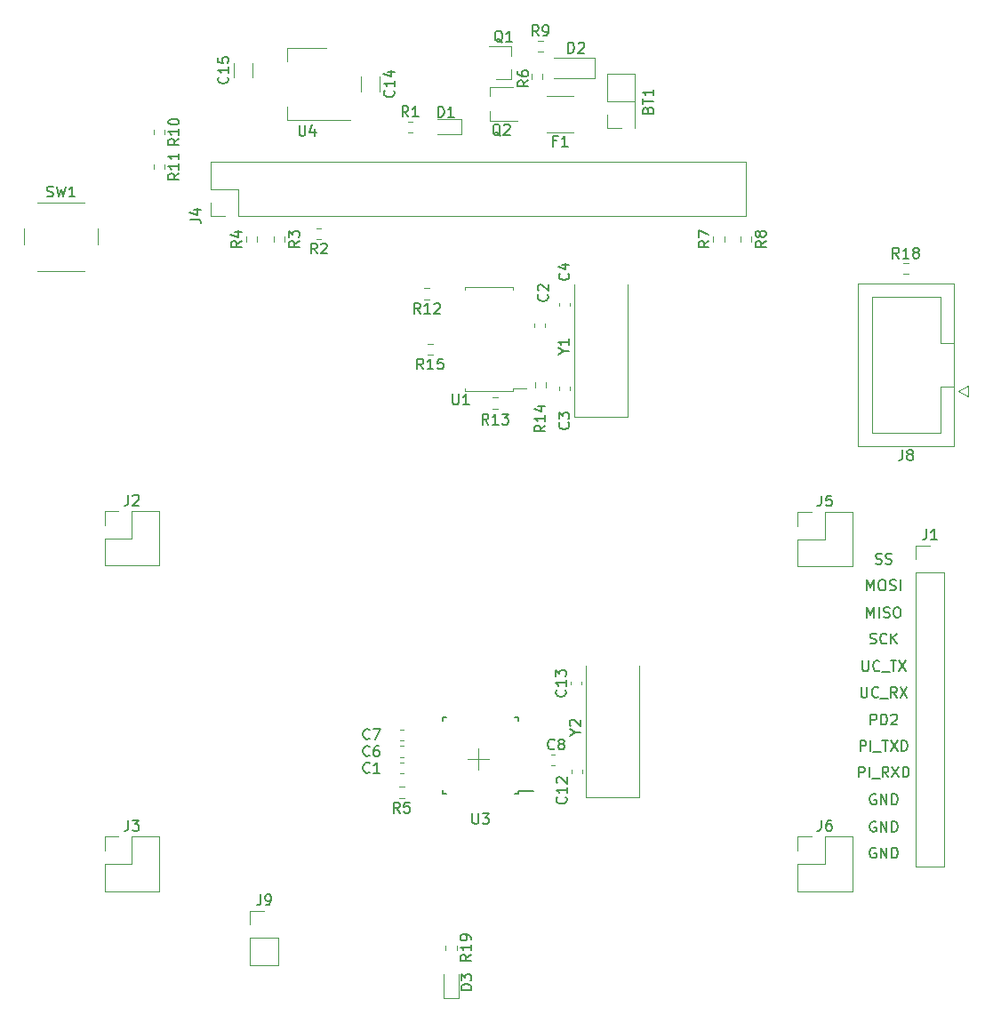
<source format=gto>
%TF.GenerationSoftware,KiCad,Pcbnew,5.1.10*%
%TF.CreationDate,2021-11-15T18:14:58+01:00*%
%TF.ProjectId,main_pcb,6d61696e-5f70-4636-922e-6b696361645f,rev?*%
%TF.SameCoordinates,PX8f0d180PY5f5e100*%
%TF.FileFunction,Legend,Top*%
%TF.FilePolarity,Positive*%
%FSLAX46Y46*%
G04 Gerber Fmt 4.6, Leading zero omitted, Abs format (unit mm)*
G04 Created by KiCad (PCBNEW 5.1.10) date 2021-11-15 18:14:58*
%MOMM*%
%LPD*%
G01*
G04 APERTURE LIST*
%ADD10C,0.150000*%
%ADD11C,0.120000*%
G04 APERTURE END LIST*
D10*
X37838095Y-31500000D02*
X37742857Y-31452380D01*
X37600000Y-31452380D01*
X37457142Y-31500000D01*
X37361904Y-31595238D01*
X37314285Y-31690476D01*
X37266666Y-31880952D01*
X37266666Y-32023809D01*
X37314285Y-32214285D01*
X37361904Y-32309523D01*
X37457142Y-32404761D01*
X37600000Y-32452380D01*
X37695238Y-32452380D01*
X37838095Y-32404761D01*
X37885714Y-32357142D01*
X37885714Y-32023809D01*
X37695238Y-32023809D01*
X38314285Y-32452380D02*
X38314285Y-31452380D01*
X38885714Y-32452380D01*
X38885714Y-31452380D01*
X39361904Y-32452380D02*
X39361904Y-31452380D01*
X39600000Y-31452380D01*
X39742857Y-31500000D01*
X39838095Y-31595238D01*
X39885714Y-31690476D01*
X39933333Y-31880952D01*
X39933333Y-32023809D01*
X39885714Y-32214285D01*
X39838095Y-32309523D01*
X39742857Y-32404761D01*
X39600000Y-32452380D01*
X39361904Y-32452380D01*
X37838095Y-29000000D02*
X37742857Y-28952380D01*
X37600000Y-28952380D01*
X37457142Y-29000000D01*
X37361904Y-29095238D01*
X37314285Y-29190476D01*
X37266666Y-29380952D01*
X37266666Y-29523809D01*
X37314285Y-29714285D01*
X37361904Y-29809523D01*
X37457142Y-29904761D01*
X37600000Y-29952380D01*
X37695238Y-29952380D01*
X37838095Y-29904761D01*
X37885714Y-29857142D01*
X37885714Y-29523809D01*
X37695238Y-29523809D01*
X38314285Y-29952380D02*
X38314285Y-28952380D01*
X38885714Y-29952380D01*
X38885714Y-28952380D01*
X39361904Y-29952380D02*
X39361904Y-28952380D01*
X39600000Y-28952380D01*
X39742857Y-29000000D01*
X39838095Y-29095238D01*
X39885714Y-29190476D01*
X39933333Y-29380952D01*
X39933333Y-29523809D01*
X39885714Y-29714285D01*
X39838095Y-29809523D01*
X39742857Y-29904761D01*
X39600000Y-29952380D01*
X39361904Y-29952380D01*
X37838095Y-26400000D02*
X37742857Y-26352380D01*
X37600000Y-26352380D01*
X37457142Y-26400000D01*
X37361904Y-26495238D01*
X37314285Y-26590476D01*
X37266666Y-26780952D01*
X37266666Y-26923809D01*
X37314285Y-27114285D01*
X37361904Y-27209523D01*
X37457142Y-27304761D01*
X37600000Y-27352380D01*
X37695238Y-27352380D01*
X37838095Y-27304761D01*
X37885714Y-27257142D01*
X37885714Y-26923809D01*
X37695238Y-26923809D01*
X38314285Y-27352380D02*
X38314285Y-26352380D01*
X38885714Y-27352380D01*
X38885714Y-26352380D01*
X39361904Y-27352380D02*
X39361904Y-26352380D01*
X39600000Y-26352380D01*
X39742857Y-26400000D01*
X39838095Y-26495238D01*
X39885714Y-26590476D01*
X39933333Y-26780952D01*
X39933333Y-26923809D01*
X39885714Y-27114285D01*
X39838095Y-27209523D01*
X39742857Y-27304761D01*
X39600000Y-27352380D01*
X39361904Y-27352380D01*
X36242857Y-24752380D02*
X36242857Y-23752380D01*
X36623809Y-23752380D01*
X36719047Y-23800000D01*
X36766666Y-23847619D01*
X36814285Y-23942857D01*
X36814285Y-24085714D01*
X36766666Y-24180952D01*
X36719047Y-24228571D01*
X36623809Y-24276190D01*
X36242857Y-24276190D01*
X37242857Y-24752380D02*
X37242857Y-23752380D01*
X37480952Y-24847619D02*
X38242857Y-24847619D01*
X39052380Y-24752380D02*
X38719047Y-24276190D01*
X38480952Y-24752380D02*
X38480952Y-23752380D01*
X38861904Y-23752380D01*
X38957142Y-23800000D01*
X39004761Y-23847619D01*
X39052380Y-23942857D01*
X39052380Y-24085714D01*
X39004761Y-24180952D01*
X38957142Y-24228571D01*
X38861904Y-24276190D01*
X38480952Y-24276190D01*
X39385714Y-23752380D02*
X40052380Y-24752380D01*
X40052380Y-23752380D02*
X39385714Y-24752380D01*
X40433333Y-24752380D02*
X40433333Y-23752380D01*
X40671428Y-23752380D01*
X40814285Y-23800000D01*
X40909523Y-23895238D01*
X40957142Y-23990476D01*
X41004761Y-24180952D01*
X41004761Y-24323809D01*
X40957142Y-24514285D01*
X40909523Y-24609523D01*
X40814285Y-24704761D01*
X40671428Y-24752380D01*
X40433333Y-24752380D01*
X36361904Y-22252380D02*
X36361904Y-21252380D01*
X36742857Y-21252380D01*
X36838095Y-21300000D01*
X36885714Y-21347619D01*
X36933333Y-21442857D01*
X36933333Y-21585714D01*
X36885714Y-21680952D01*
X36838095Y-21728571D01*
X36742857Y-21776190D01*
X36361904Y-21776190D01*
X37361904Y-22252380D02*
X37361904Y-21252380D01*
X37600000Y-22347619D02*
X38361904Y-22347619D01*
X38457142Y-21252380D02*
X39028571Y-21252380D01*
X38742857Y-22252380D02*
X38742857Y-21252380D01*
X39266666Y-21252380D02*
X39933333Y-22252380D01*
X39933333Y-21252380D02*
X39266666Y-22252380D01*
X40314285Y-22252380D02*
X40314285Y-21252380D01*
X40552380Y-21252380D01*
X40695238Y-21300000D01*
X40790476Y-21395238D01*
X40838095Y-21490476D01*
X40885714Y-21680952D01*
X40885714Y-21823809D01*
X40838095Y-22014285D01*
X40790476Y-22109523D01*
X40695238Y-22204761D01*
X40552380Y-22252380D01*
X40314285Y-22252380D01*
X37361904Y-19752380D02*
X37361904Y-18752380D01*
X37742857Y-18752380D01*
X37838095Y-18800000D01*
X37885714Y-18847619D01*
X37933333Y-18942857D01*
X37933333Y-19085714D01*
X37885714Y-19180952D01*
X37838095Y-19228571D01*
X37742857Y-19276190D01*
X37361904Y-19276190D01*
X38361904Y-19752380D02*
X38361904Y-18752380D01*
X38600000Y-18752380D01*
X38742857Y-18800000D01*
X38838095Y-18895238D01*
X38885714Y-18990476D01*
X38933333Y-19180952D01*
X38933333Y-19323809D01*
X38885714Y-19514285D01*
X38838095Y-19609523D01*
X38742857Y-19704761D01*
X38600000Y-19752380D01*
X38361904Y-19752380D01*
X39314285Y-18847619D02*
X39361904Y-18800000D01*
X39457142Y-18752380D01*
X39695238Y-18752380D01*
X39790476Y-18800000D01*
X39838095Y-18847619D01*
X39885714Y-18942857D01*
X39885714Y-19038095D01*
X39838095Y-19180952D01*
X39266666Y-19752380D01*
X39885714Y-19752380D01*
X36457142Y-16152380D02*
X36457142Y-16961904D01*
X36504761Y-17057142D01*
X36552380Y-17104761D01*
X36647619Y-17152380D01*
X36838095Y-17152380D01*
X36933333Y-17104761D01*
X36980952Y-17057142D01*
X37028571Y-16961904D01*
X37028571Y-16152380D01*
X38076190Y-17057142D02*
X38028571Y-17104761D01*
X37885714Y-17152380D01*
X37790476Y-17152380D01*
X37647619Y-17104761D01*
X37552380Y-17009523D01*
X37504761Y-16914285D01*
X37457142Y-16723809D01*
X37457142Y-16580952D01*
X37504761Y-16390476D01*
X37552380Y-16295238D01*
X37647619Y-16200000D01*
X37790476Y-16152380D01*
X37885714Y-16152380D01*
X38028571Y-16200000D01*
X38076190Y-16247619D01*
X38266666Y-17247619D02*
X39028571Y-17247619D01*
X39838095Y-17152380D02*
X39504761Y-16676190D01*
X39266666Y-17152380D02*
X39266666Y-16152380D01*
X39647619Y-16152380D01*
X39742857Y-16200000D01*
X39790476Y-16247619D01*
X39838095Y-16342857D01*
X39838095Y-16485714D01*
X39790476Y-16580952D01*
X39742857Y-16628571D01*
X39647619Y-16676190D01*
X39266666Y-16676190D01*
X40171428Y-16152380D02*
X40838095Y-17152380D01*
X40838095Y-16152380D02*
X40171428Y-17152380D01*
X36576190Y-13652380D02*
X36576190Y-14461904D01*
X36623809Y-14557142D01*
X36671428Y-14604761D01*
X36766666Y-14652380D01*
X36957142Y-14652380D01*
X37052380Y-14604761D01*
X37100000Y-14557142D01*
X37147619Y-14461904D01*
X37147619Y-13652380D01*
X38195238Y-14557142D02*
X38147619Y-14604761D01*
X38004761Y-14652380D01*
X37909523Y-14652380D01*
X37766666Y-14604761D01*
X37671428Y-14509523D01*
X37623809Y-14414285D01*
X37576190Y-14223809D01*
X37576190Y-14080952D01*
X37623809Y-13890476D01*
X37671428Y-13795238D01*
X37766666Y-13700000D01*
X37909523Y-13652380D01*
X38004761Y-13652380D01*
X38147619Y-13700000D01*
X38195238Y-13747619D01*
X38385714Y-14747619D02*
X39147619Y-14747619D01*
X39242857Y-13652380D02*
X39814285Y-13652380D01*
X39528571Y-14652380D02*
X39528571Y-13652380D01*
X40052380Y-13652380D02*
X40719047Y-14652380D01*
X40719047Y-13652380D02*
X40052380Y-14652380D01*
X37314285Y-12004761D02*
X37457142Y-12052380D01*
X37695238Y-12052380D01*
X37790476Y-12004761D01*
X37838095Y-11957142D01*
X37885714Y-11861904D01*
X37885714Y-11766666D01*
X37838095Y-11671428D01*
X37790476Y-11623809D01*
X37695238Y-11576190D01*
X37504761Y-11528571D01*
X37409523Y-11480952D01*
X37361904Y-11433333D01*
X37314285Y-11338095D01*
X37314285Y-11242857D01*
X37361904Y-11147619D01*
X37409523Y-11100000D01*
X37504761Y-11052380D01*
X37742857Y-11052380D01*
X37885714Y-11100000D01*
X38885714Y-11957142D02*
X38838095Y-12004761D01*
X38695238Y-12052380D01*
X38600000Y-12052380D01*
X38457142Y-12004761D01*
X38361904Y-11909523D01*
X38314285Y-11814285D01*
X38266666Y-11623809D01*
X38266666Y-11480952D01*
X38314285Y-11290476D01*
X38361904Y-11195238D01*
X38457142Y-11100000D01*
X38600000Y-11052380D01*
X38695238Y-11052380D01*
X38838095Y-11100000D01*
X38885714Y-11147619D01*
X39314285Y-12052380D02*
X39314285Y-11052380D01*
X39885714Y-12052380D02*
X39457142Y-11480952D01*
X39885714Y-11052380D02*
X39314285Y-11623809D01*
X37028571Y-9552380D02*
X37028571Y-8552380D01*
X37361904Y-9266666D01*
X37695238Y-8552380D01*
X37695238Y-9552380D01*
X38171428Y-9552380D02*
X38171428Y-8552380D01*
X38600000Y-9504761D02*
X38742857Y-9552380D01*
X38980952Y-9552380D01*
X39076190Y-9504761D01*
X39123809Y-9457142D01*
X39171428Y-9361904D01*
X39171428Y-9266666D01*
X39123809Y-9171428D01*
X39076190Y-9123809D01*
X38980952Y-9076190D01*
X38790476Y-9028571D01*
X38695238Y-8980952D01*
X38647619Y-8933333D01*
X38600000Y-8838095D01*
X38600000Y-8742857D01*
X38647619Y-8647619D01*
X38695238Y-8600000D01*
X38790476Y-8552380D01*
X39028571Y-8552380D01*
X39171428Y-8600000D01*
X39790476Y-8552380D02*
X39980952Y-8552380D01*
X40076190Y-8600000D01*
X40171428Y-8695238D01*
X40219047Y-8885714D01*
X40219047Y-9219047D01*
X40171428Y-9409523D01*
X40076190Y-9504761D01*
X39980952Y-9552380D01*
X39790476Y-9552380D01*
X39695238Y-9504761D01*
X39600000Y-9409523D01*
X39552380Y-9219047D01*
X39552380Y-8885714D01*
X39600000Y-8695238D01*
X39695238Y-8600000D01*
X39790476Y-8552380D01*
X37028571Y-6952380D02*
X37028571Y-5952380D01*
X37361904Y-6666666D01*
X37695238Y-5952380D01*
X37695238Y-6952380D01*
X38361904Y-5952380D02*
X38552380Y-5952380D01*
X38647619Y-6000000D01*
X38742857Y-6095238D01*
X38790476Y-6285714D01*
X38790476Y-6619047D01*
X38742857Y-6809523D01*
X38647619Y-6904761D01*
X38552380Y-6952380D01*
X38361904Y-6952380D01*
X38266666Y-6904761D01*
X38171428Y-6809523D01*
X38123809Y-6619047D01*
X38123809Y-6285714D01*
X38171428Y-6095238D01*
X38266666Y-6000000D01*
X38361904Y-5952380D01*
X39171428Y-6904761D02*
X39314285Y-6952380D01*
X39552380Y-6952380D01*
X39647619Y-6904761D01*
X39695238Y-6857142D01*
X39742857Y-6761904D01*
X39742857Y-6666666D01*
X39695238Y-6571428D01*
X39647619Y-6523809D01*
X39552380Y-6476190D01*
X39361904Y-6428571D01*
X39266666Y-6380952D01*
X39219047Y-6333333D01*
X39171428Y-6238095D01*
X39171428Y-6142857D01*
X39219047Y-6047619D01*
X39266666Y-6000000D01*
X39361904Y-5952380D01*
X39600000Y-5952380D01*
X39742857Y-6000000D01*
X40171428Y-6952380D02*
X40171428Y-5952380D01*
X37838095Y-4404761D02*
X37980952Y-4452380D01*
X38219047Y-4452380D01*
X38314285Y-4404761D01*
X38361904Y-4357142D01*
X38409523Y-4261904D01*
X38409523Y-4166666D01*
X38361904Y-4071428D01*
X38314285Y-4023809D01*
X38219047Y-3976190D01*
X38028571Y-3928571D01*
X37933333Y-3880952D01*
X37885714Y-3833333D01*
X37838095Y-3738095D01*
X37838095Y-3642857D01*
X37885714Y-3547619D01*
X37933333Y-3500000D01*
X38028571Y-3452380D01*
X38266666Y-3452380D01*
X38409523Y-3500000D01*
X38790476Y-4404761D02*
X38933333Y-4452380D01*
X39171428Y-4452380D01*
X39266666Y-4404761D01*
X39314285Y-4357142D01*
X39361904Y-4261904D01*
X39361904Y-4166666D01*
X39314285Y-4071428D01*
X39266666Y-4023809D01*
X39171428Y-3976190D01*
X38980952Y-3928571D01*
X38885714Y-3880952D01*
X38838095Y-3833333D01*
X38790476Y-3738095D01*
X38790476Y-3642857D01*
X38838095Y-3547619D01*
X38885714Y-3500000D01*
X38980952Y-3452380D01*
X39219047Y-3452380D01*
X39361904Y-3500000D01*
D11*
X-1000000Y-23000000D02*
X1000000Y-23000000D01*
X0Y-22000000D02*
X0Y-24000000D01*
%TO.C,R5*%
X-7537258Y-26722500D02*
X-7062742Y-26722500D01*
X-7537258Y-25677500D02*
X-7062742Y-25677500D01*
%TO.C,J9*%
X-21730000Y-42670000D02*
X-19070000Y-42670000D01*
X-21730000Y-40070000D02*
X-21730000Y-42670000D01*
X-19070000Y-40070000D02*
X-19070000Y-42670000D01*
X-21730000Y-40070000D02*
X-19070000Y-40070000D01*
X-21730000Y-38800000D02*
X-21730000Y-37470000D01*
X-21730000Y-37470000D02*
X-20400000Y-37470000D01*
%TO.C,R4*%
X-22122500Y26262742D02*
X-22122500Y26737258D01*
X-21077500Y26262742D02*
X-21077500Y26737258D01*
%TO.C,R3*%
X-19522500Y26262742D02*
X-19522500Y26737258D01*
X-18477500Y26262742D02*
X-18477500Y26737258D01*
%TO.C,J8*%
X46680000Y12500000D02*
X45680000Y12000000D01*
X46680000Y11500000D02*
X46680000Y12500000D01*
X45680000Y12000000D02*
X46680000Y11500000D01*
X43980000Y16590000D02*
X45290000Y16590000D01*
X43980000Y16590000D02*
X43980000Y16590000D01*
X43980000Y20990000D02*
X43980000Y16590000D01*
X37480000Y20990000D02*
X43980000Y20990000D01*
X37480000Y8090000D02*
X37480000Y20990000D01*
X43980000Y8090000D02*
X37480000Y8090000D01*
X43980000Y12490000D02*
X43980000Y8090000D01*
X45290000Y12490000D02*
X43980000Y12490000D01*
X45290000Y22290000D02*
X45290000Y6790000D01*
X36170000Y22290000D02*
X45290000Y22290000D01*
X36170000Y6790000D02*
X36170000Y22290000D01*
X45290000Y6790000D02*
X36170000Y6790000D01*
%TO.C,C15*%
X-23310000Y41888748D02*
X-23310000Y43311252D01*
X-21490000Y41888748D02*
X-21490000Y43311252D01*
%TO.C,C14*%
X-9390000Y42011252D02*
X-9390000Y40588748D01*
X-11210000Y42011252D02*
X-11210000Y40588748D01*
%TO.C,J4*%
X-25460000Y28670000D02*
X-25460000Y30000000D01*
X-24130000Y28670000D02*
X-25460000Y28670000D01*
X-25460000Y31270000D02*
X-25460000Y33870000D01*
X-22860000Y31270000D02*
X-25460000Y31270000D01*
X-22860000Y28670000D02*
X-22860000Y31270000D01*
X-25460000Y33870000D02*
X25460000Y33870000D01*
X-22860000Y28670000D02*
X25460000Y28670000D01*
X25460000Y28670000D02*
X25460000Y33870000D01*
%TO.C,Y2*%
X15350000Y-26700000D02*
X15350000Y-14100000D01*
X10250000Y-26700000D02*
X15350000Y-26700000D01*
X10250000Y-14100000D02*
X10250000Y-26700000D01*
%TO.C,Y1*%
X14250000Y9600000D02*
X14250000Y22200000D01*
X9150000Y9600000D02*
X14250000Y9600000D01*
X9150000Y22200000D02*
X9150000Y9600000D01*
%TO.C,U4*%
X-12200000Y37890000D02*
X-18210000Y37890000D01*
X-14450000Y44710000D02*
X-18210000Y44710000D01*
X-18210000Y37890000D02*
X-18210000Y39150000D01*
X-18210000Y44710000D02*
X-18210000Y43450000D01*
D10*
%TO.C,U3*%
X3825000Y-26100000D02*
X5250000Y-26100000D01*
X-3425000Y-26325000D02*
X-3100000Y-26325000D01*
X-3425000Y-19075000D02*
X-3100000Y-19075000D01*
X3825000Y-19075000D02*
X3500000Y-19075000D01*
X3825000Y-26325000D02*
X3500000Y-26325000D01*
X3825000Y-19075000D02*
X3825000Y-19400000D01*
X-3425000Y-19075000D02*
X-3425000Y-19400000D01*
X-3425000Y-26325000D02*
X-3425000Y-26000000D01*
X3825000Y-26325000D02*
X3825000Y-26100000D01*
D11*
%TO.C,U1*%
X3310000Y12315000D02*
X4600000Y12315000D01*
X3310000Y12040000D02*
X3310000Y12315000D01*
X1000000Y12040000D02*
X3310000Y12040000D01*
X-1310000Y12040000D02*
X-1310000Y12315000D01*
X1000000Y12040000D02*
X-1310000Y12040000D01*
X3310000Y21960000D02*
X3310000Y21685000D01*
X1000000Y21960000D02*
X3310000Y21960000D01*
X-1310000Y21960000D02*
X-1310000Y21685000D01*
X1000000Y21960000D02*
X-1310000Y21960000D01*
%TO.C,SW1*%
X-36250000Y26000000D02*
X-36250000Y27500000D01*
X-37500000Y30000000D02*
X-42000000Y30000000D01*
X-43250000Y27500000D02*
X-43250000Y26000000D01*
X-42000000Y23500000D02*
X-37500000Y23500000D01*
%TO.C,R19*%
X-3122500Y-40762742D02*
X-3122500Y-41237258D01*
X-2077500Y-40762742D02*
X-2077500Y-41237258D01*
%TO.C,R18*%
X40462742Y23177500D02*
X40937258Y23177500D01*
X40462742Y24222500D02*
X40937258Y24222500D01*
%TO.C,R15*%
X-4362742Y16522500D02*
X-4837258Y16522500D01*
X-4362742Y15477500D02*
X-4837258Y15477500D01*
%TO.C,R14*%
X5377500Y12837258D02*
X5377500Y12362742D01*
X6422500Y12837258D02*
X6422500Y12362742D01*
%TO.C,R13*%
X1362742Y10377500D02*
X1837258Y10377500D01*
X1362742Y11422500D02*
X1837258Y11422500D01*
%TO.C,R12*%
X-4662742Y21822500D02*
X-5137258Y21822500D01*
X-4662742Y20777500D02*
X-5137258Y20777500D01*
%TO.C,R11*%
X-30922500Y33637258D02*
X-30922500Y33162742D01*
X-29877500Y33637258D02*
X-29877500Y33162742D01*
%TO.C,R10*%
X-30922500Y36937258D02*
X-30922500Y36462742D01*
X-29877500Y36937258D02*
X-29877500Y36462742D01*
%TO.C,R9*%
X5662742Y44377500D02*
X6137258Y44377500D01*
X5662742Y45422500D02*
X6137258Y45422500D01*
%TO.C,R8*%
X24977500Y26737258D02*
X24977500Y26262742D01*
X26022500Y26737258D02*
X26022500Y26262742D01*
%TO.C,R7*%
X22377500Y26737258D02*
X22377500Y26262742D01*
X23422500Y26737258D02*
X23422500Y26262742D01*
%TO.C,R6*%
X6122500Y41762742D02*
X6122500Y42237258D01*
X5077500Y41762742D02*
X5077500Y42237258D01*
%TO.C,R2*%
X-14962742Y27522500D02*
X-15437258Y27522500D01*
X-14962742Y26477500D02*
X-15437258Y26477500D01*
%TO.C,R1*%
X-6737258Y36677500D02*
X-6262742Y36677500D01*
X-6737258Y37722500D02*
X-6262742Y37722500D01*
%TO.C,Q2*%
X3275000Y41010000D02*
X1125000Y41010000D01*
X3700000Y37790000D02*
X1125000Y37790000D01*
X1125000Y40100000D02*
X1125000Y41010000D01*
X1125000Y37790000D02*
X1125000Y38700000D01*
%TO.C,Q1*%
X3160000Y41720000D02*
X1700000Y41720000D01*
X3160000Y44880000D02*
X1000000Y44880000D01*
X3160000Y44880000D02*
X3160000Y43950000D01*
X3160000Y41720000D02*
X3160000Y42650000D01*
%TO.C,J6*%
X30400000Y-30400000D02*
X31730000Y-30400000D01*
X30400000Y-31730000D02*
X30400000Y-30400000D01*
X33000000Y-30400000D02*
X35600000Y-30400000D01*
X33000000Y-33000000D02*
X33000000Y-30400000D01*
X30400000Y-33000000D02*
X33000000Y-33000000D01*
X35600000Y-30400000D02*
X35600000Y-35600000D01*
X30400000Y-33000000D02*
X30400000Y-35600000D01*
X30400000Y-35600000D02*
X35600000Y-35600000D01*
%TO.C,J5*%
X30400000Y530000D02*
X31730000Y530000D01*
X30400000Y-800000D02*
X30400000Y530000D01*
X33000000Y530000D02*
X35600000Y530000D01*
X33000000Y-2070000D02*
X33000000Y530000D01*
X30400000Y-2070000D02*
X33000000Y-2070000D01*
X35600000Y530000D02*
X35600000Y-4670000D01*
X30400000Y-2070000D02*
X30400000Y-4670000D01*
X30400000Y-4670000D02*
X35600000Y-4670000D01*
%TO.C,J3*%
X-35600000Y-30400000D02*
X-34270000Y-30400000D01*
X-35600000Y-31730000D02*
X-35600000Y-30400000D01*
X-33000000Y-30400000D02*
X-30400000Y-30400000D01*
X-33000000Y-33000000D02*
X-33000000Y-30400000D01*
X-35600000Y-33000000D02*
X-33000000Y-33000000D01*
X-30400000Y-30400000D02*
X-30400000Y-35600000D01*
X-35600000Y-33000000D02*
X-35600000Y-35600000D01*
X-35600000Y-35600000D02*
X-30400000Y-35600000D01*
%TO.C,J2*%
X-35600000Y600000D02*
X-34270000Y600000D01*
X-35600000Y-730000D02*
X-35600000Y600000D01*
X-33000000Y600000D02*
X-30400000Y600000D01*
X-33000000Y-2000000D02*
X-33000000Y600000D01*
X-35600000Y-2000000D02*
X-33000000Y-2000000D01*
X-30400000Y600000D02*
X-30400000Y-4600000D01*
X-35600000Y-2000000D02*
X-35600000Y-4600000D01*
X-35600000Y-4600000D02*
X-30400000Y-4600000D01*
%TO.C,J1*%
X41670000Y-2670000D02*
X43000000Y-2670000D01*
X41670000Y-4000000D02*
X41670000Y-2670000D01*
X41670000Y-5270000D02*
X44330000Y-5270000D01*
X44330000Y-5270000D02*
X44330000Y-33270000D01*
X41670000Y-5270000D02*
X41670000Y-33270000D01*
X41670000Y-33270000D02*
X44330000Y-33270000D01*
%TO.C,F1*%
X6529969Y36690000D02*
X9070031Y36690000D01*
X6529969Y40110000D02*
X9070031Y40110000D01*
%TO.C,D3*%
X-1865000Y-45785000D02*
X-1865000Y-43500000D01*
X-3335000Y-45785000D02*
X-1865000Y-45785000D01*
X-3335000Y-43500000D02*
X-3335000Y-45785000D01*
%TO.C,D2*%
X11050000Y41800000D02*
X7150000Y41800000D01*
X11050000Y43800000D02*
X7150000Y43800000D01*
X11050000Y41800000D02*
X11050000Y43800000D01*
%TO.C,D1*%
X-1615000Y37935000D02*
X-3900000Y37935000D01*
X-1615000Y36465000D02*
X-1615000Y37935000D01*
X-3900000Y36465000D02*
X-1615000Y36465000D01*
%TO.C,C13*%
X8790000Y-15659420D02*
X8790000Y-15940580D01*
X9810000Y-15659420D02*
X9810000Y-15940580D01*
%TO.C,C12*%
X9910000Y-24340580D02*
X9910000Y-24059420D01*
X8890000Y-24340580D02*
X8890000Y-24059420D01*
%TO.C,C8*%
X6959420Y-23610000D02*
X7240580Y-23610000D01*
X6959420Y-22590000D02*
X7240580Y-22590000D01*
%TO.C,C7*%
X-7159420Y-20190000D02*
X-7440580Y-20190000D01*
X-7159420Y-21210000D02*
X-7440580Y-21210000D01*
%TO.C,C6*%
X-7159420Y-21790000D02*
X-7440580Y-21790000D01*
X-7159420Y-22810000D02*
X-7440580Y-22810000D01*
%TO.C,C4*%
X8710000Y20159420D02*
X8710000Y20440580D01*
X7690000Y20159420D02*
X7690000Y20440580D01*
%TO.C,C3*%
X7690000Y12440580D02*
X7690000Y12159420D01*
X8710000Y12440580D02*
X8710000Y12159420D01*
%TO.C,C2*%
X6310000Y18159420D02*
X6310000Y18440580D01*
X5290000Y18159420D02*
X5290000Y18440580D01*
%TO.C,C1*%
X-7159420Y-23390000D02*
X-7440580Y-23390000D01*
X-7159420Y-24410000D02*
X-7440580Y-24410000D01*
%TO.C,BT1*%
X12270000Y37070000D02*
X12270000Y38400000D01*
X13600000Y37070000D02*
X12270000Y37070000D01*
X12270000Y39670000D02*
X12270000Y42270000D01*
X14870000Y39670000D02*
X12270000Y39670000D01*
X14870000Y37070000D02*
X14870000Y39670000D01*
X12270000Y42270000D02*
X14930000Y42270000D01*
X14870000Y37070000D02*
X14930000Y37070000D01*
X14930000Y37070000D02*
X14930000Y42270000D01*
%TO.C,R5*%
D10*
X-7466667Y-28152380D02*
X-7800000Y-27676190D01*
X-8038096Y-28152380D02*
X-8038096Y-27152380D01*
X-7657143Y-27152380D01*
X-7561905Y-27200000D01*
X-7514286Y-27247619D01*
X-7466667Y-27342857D01*
X-7466667Y-27485714D01*
X-7514286Y-27580952D01*
X-7561905Y-27628571D01*
X-7657143Y-27676190D01*
X-8038096Y-27676190D01*
X-6561905Y-27152380D02*
X-7038096Y-27152380D01*
X-7085715Y-27628571D01*
X-7038096Y-27580952D01*
X-6942858Y-27533333D01*
X-6704762Y-27533333D01*
X-6609524Y-27580952D01*
X-6561905Y-27628571D01*
X-6514286Y-27723809D01*
X-6514286Y-27961904D01*
X-6561905Y-28057142D01*
X-6609524Y-28104761D01*
X-6704762Y-28152380D01*
X-6942858Y-28152380D01*
X-7038096Y-28104761D01*
X-7085715Y-28057142D01*
%TO.C,J9*%
X-20733334Y-35922380D02*
X-20733334Y-36636666D01*
X-20780953Y-36779523D01*
X-20876191Y-36874761D01*
X-21019048Y-36922380D01*
X-21114286Y-36922380D01*
X-20209524Y-36922380D02*
X-20019048Y-36922380D01*
X-19923810Y-36874761D01*
X-19876191Y-36827142D01*
X-19780953Y-36684285D01*
X-19733334Y-36493809D01*
X-19733334Y-36112857D01*
X-19780953Y-36017619D01*
X-19828572Y-35970000D01*
X-19923810Y-35922380D01*
X-20114286Y-35922380D01*
X-20209524Y-35970000D01*
X-20257143Y-36017619D01*
X-20304762Y-36112857D01*
X-20304762Y-36350952D01*
X-20257143Y-36446190D01*
X-20209524Y-36493809D01*
X-20114286Y-36541428D01*
X-19923810Y-36541428D01*
X-19828572Y-36493809D01*
X-19780953Y-36446190D01*
X-19733334Y-36350952D01*
%TO.C,R4*%
X-22547620Y26333334D02*
X-23023810Y26000000D01*
X-22547620Y25761905D02*
X-23547620Y25761905D01*
X-23547620Y26142858D01*
X-23500000Y26238096D01*
X-23452381Y26285715D01*
X-23357143Y26333334D01*
X-23214286Y26333334D01*
X-23119048Y26285715D01*
X-23071429Y26238096D01*
X-23023810Y26142858D01*
X-23023810Y25761905D01*
X-23214286Y27190477D02*
X-22547620Y27190477D01*
X-23595239Y26952381D02*
X-22880953Y26714286D01*
X-22880953Y27333334D01*
%TO.C,R3*%
X-17047620Y26333334D02*
X-17523810Y26000000D01*
X-17047620Y25761905D02*
X-18047620Y25761905D01*
X-18047620Y26142858D01*
X-18000000Y26238096D01*
X-17952381Y26285715D01*
X-17857143Y26333334D01*
X-17714286Y26333334D01*
X-17619048Y26285715D01*
X-17571429Y26238096D01*
X-17523810Y26142858D01*
X-17523810Y25761905D01*
X-18047620Y26666667D02*
X-18047620Y27285715D01*
X-17666667Y26952381D01*
X-17666667Y27095239D01*
X-17619048Y27190477D01*
X-17571429Y27238096D01*
X-17476191Y27285715D01*
X-17238096Y27285715D01*
X-17142858Y27238096D01*
X-17095239Y27190477D01*
X-17047620Y27095239D01*
X-17047620Y26809524D01*
X-17095239Y26714286D01*
X-17142858Y26666667D01*
%TO.C,J8*%
X40396666Y6447620D02*
X40396666Y5733334D01*
X40349047Y5590477D01*
X40253809Y5495239D01*
X40110952Y5447620D01*
X40015714Y5447620D01*
X41015714Y6019048D02*
X40920476Y6066667D01*
X40872857Y6114286D01*
X40825238Y6209524D01*
X40825238Y6257143D01*
X40872857Y6352381D01*
X40920476Y6400000D01*
X41015714Y6447620D01*
X41206190Y6447620D01*
X41301428Y6400000D01*
X41349047Y6352381D01*
X41396666Y6257143D01*
X41396666Y6209524D01*
X41349047Y6114286D01*
X41301428Y6066667D01*
X41206190Y6019048D01*
X41015714Y6019048D01*
X40920476Y5971429D01*
X40872857Y5923810D01*
X40825238Y5828572D01*
X40825238Y5638096D01*
X40872857Y5542858D01*
X40920476Y5495239D01*
X41015714Y5447620D01*
X41206190Y5447620D01*
X41301428Y5495239D01*
X41349047Y5542858D01*
X41396666Y5638096D01*
X41396666Y5828572D01*
X41349047Y5923810D01*
X41301428Y5971429D01*
X41206190Y6019048D01*
%TO.C,C15*%
X-23892858Y41957143D02*
X-23845239Y41909524D01*
X-23797620Y41766667D01*
X-23797620Y41671429D01*
X-23845239Y41528572D01*
X-23940477Y41433334D01*
X-24035715Y41385715D01*
X-24226191Y41338096D01*
X-24369048Y41338096D01*
X-24559524Y41385715D01*
X-24654762Y41433334D01*
X-24750000Y41528572D01*
X-24797620Y41671429D01*
X-24797620Y41766667D01*
X-24750000Y41909524D01*
X-24702381Y41957143D01*
X-23797620Y42909524D02*
X-23797620Y42338096D01*
X-23797620Y42623810D02*
X-24797620Y42623810D01*
X-24654762Y42528572D01*
X-24559524Y42433334D01*
X-24511905Y42338096D01*
X-24797620Y43814286D02*
X-24797620Y43338096D01*
X-24321429Y43290477D01*
X-24369048Y43338096D01*
X-24416667Y43433334D01*
X-24416667Y43671429D01*
X-24369048Y43766667D01*
X-24321429Y43814286D01*
X-24226191Y43861905D01*
X-23988096Y43861905D01*
X-23892858Y43814286D01*
X-23845239Y43766667D01*
X-23797620Y43671429D01*
X-23797620Y43433334D01*
X-23845239Y43338096D01*
X-23892858Y43290477D01*
%TO.C,C14*%
X-8092858Y40657143D02*
X-8045239Y40609524D01*
X-7997620Y40466667D01*
X-7997620Y40371429D01*
X-8045239Y40228572D01*
X-8140477Y40133334D01*
X-8235715Y40085715D01*
X-8426191Y40038096D01*
X-8569048Y40038096D01*
X-8759524Y40085715D01*
X-8854762Y40133334D01*
X-8950000Y40228572D01*
X-8997620Y40371429D01*
X-8997620Y40466667D01*
X-8950000Y40609524D01*
X-8902381Y40657143D01*
X-7997620Y41609524D02*
X-7997620Y41038096D01*
X-7997620Y41323810D02*
X-8997620Y41323810D01*
X-8854762Y41228572D01*
X-8759524Y41133334D01*
X-8711905Y41038096D01*
X-8664286Y42466667D02*
X-7997620Y42466667D01*
X-9045239Y42228572D02*
X-8330953Y41990477D01*
X-8330953Y42609524D01*
%TO.C,J4*%
X-27447620Y28396667D02*
X-26733334Y28396667D01*
X-26590477Y28349048D01*
X-26495239Y28253810D01*
X-26447620Y28110953D01*
X-26447620Y28015715D01*
X-27114286Y29301429D02*
X-26447620Y29301429D01*
X-27495239Y29063334D02*
X-26780953Y28825239D01*
X-26780953Y29444286D01*
%TO.C,Y2*%
X9226190Y-20476190D02*
X9702380Y-20476190D01*
X8702380Y-20809523D02*
X9226190Y-20476190D01*
X8702380Y-20142857D01*
X8797619Y-19857142D02*
X8750000Y-19809523D01*
X8702380Y-19714285D01*
X8702380Y-19476190D01*
X8750000Y-19380952D01*
X8797619Y-19333333D01*
X8892857Y-19285714D01*
X8988095Y-19285714D01*
X9130952Y-19333333D01*
X9702380Y-19904761D01*
X9702380Y-19285714D01*
%TO.C,Y1*%
X8126190Y15823810D02*
X8602380Y15823810D01*
X7602380Y15490477D02*
X8126190Y15823810D01*
X7602380Y16157143D01*
X8602380Y17014286D02*
X8602380Y16442858D01*
X8602380Y16728572D02*
X7602380Y16728572D01*
X7745238Y16633334D01*
X7840476Y16538096D01*
X7888095Y16442858D01*
%TO.C,U4*%
X-17061905Y37347620D02*
X-17061905Y36538096D01*
X-17014286Y36442858D01*
X-16966667Y36395239D01*
X-16871429Y36347620D01*
X-16680953Y36347620D01*
X-16585715Y36395239D01*
X-16538096Y36442858D01*
X-16490477Y36538096D01*
X-16490477Y37347620D01*
X-15585715Y37014286D02*
X-15585715Y36347620D01*
X-15823810Y37395239D02*
X-16061905Y36680953D01*
X-15442858Y36680953D01*
%TO.C,U3*%
X-561905Y-28202380D02*
X-561905Y-29011904D01*
X-514286Y-29107142D01*
X-466667Y-29154761D01*
X-371429Y-29202380D01*
X-180953Y-29202380D01*
X-85715Y-29154761D01*
X-38096Y-29107142D01*
X9523Y-29011904D01*
X9523Y-28202380D01*
X390476Y-28202380D02*
X1009523Y-28202380D01*
X676190Y-28583333D01*
X819047Y-28583333D01*
X914285Y-28630952D01*
X961904Y-28678571D01*
X1009523Y-28773809D01*
X1009523Y-29011904D01*
X961904Y-29107142D01*
X914285Y-29154761D01*
X819047Y-29202380D01*
X533333Y-29202380D01*
X438095Y-29154761D01*
X390476Y-29107142D01*
%TO.C,U1*%
X-2461905Y11747620D02*
X-2461905Y10938096D01*
X-2414286Y10842858D01*
X-2366667Y10795239D01*
X-2271429Y10747620D01*
X-2080953Y10747620D01*
X-1985715Y10795239D01*
X-1938096Y10842858D01*
X-1890477Y10938096D01*
X-1890477Y11747620D01*
X-890477Y10747620D02*
X-1461905Y10747620D01*
X-1176191Y10747620D02*
X-1176191Y11747620D01*
X-1271429Y11604762D01*
X-1366667Y11509524D01*
X-1461905Y11461905D01*
%TO.C,SW1*%
X-41083334Y30595239D02*
X-40940477Y30547620D01*
X-40702381Y30547620D01*
X-40607143Y30595239D01*
X-40559524Y30642858D01*
X-40511905Y30738096D01*
X-40511905Y30833334D01*
X-40559524Y30928572D01*
X-40607143Y30976191D01*
X-40702381Y31023810D01*
X-40892858Y31071429D01*
X-40988096Y31119048D01*
X-41035715Y31166667D01*
X-41083334Y31261905D01*
X-41083334Y31357143D01*
X-41035715Y31452381D01*
X-40988096Y31500000D01*
X-40892858Y31547620D01*
X-40654762Y31547620D01*
X-40511905Y31500000D01*
X-40178572Y31547620D02*
X-39940477Y30547620D01*
X-39750000Y31261905D01*
X-39559524Y30547620D01*
X-39321429Y31547620D01*
X-38416667Y30547620D02*
X-38988096Y30547620D01*
X-38702381Y30547620D02*
X-38702381Y31547620D01*
X-38797620Y31404762D01*
X-38892858Y31309524D01*
X-38988096Y31261905D01*
%TO.C,R19*%
X-717620Y-41642857D02*
X-1193810Y-41976190D01*
X-717620Y-42214285D02*
X-1717620Y-42214285D01*
X-1717620Y-41833333D01*
X-1670000Y-41738095D01*
X-1622381Y-41690476D01*
X-1527143Y-41642857D01*
X-1384286Y-41642857D01*
X-1289048Y-41690476D01*
X-1241429Y-41738095D01*
X-1193810Y-41833333D01*
X-1193810Y-42214285D01*
X-717620Y-40690476D02*
X-717620Y-41261904D01*
X-717620Y-40976190D02*
X-1717620Y-40976190D01*
X-1574762Y-41071428D01*
X-1479524Y-41166666D01*
X-1431905Y-41261904D01*
X-717620Y-40214285D02*
X-717620Y-40023809D01*
X-765239Y-39928571D01*
X-812858Y-39880952D01*
X-955715Y-39785714D01*
X-1146191Y-39738095D01*
X-1527143Y-39738095D01*
X-1622381Y-39785714D01*
X-1670000Y-39833333D01*
X-1717620Y-39928571D01*
X-1717620Y-40119047D01*
X-1670000Y-40214285D01*
X-1622381Y-40261904D01*
X-1527143Y-40309523D01*
X-1289048Y-40309523D01*
X-1193810Y-40261904D01*
X-1146191Y-40214285D01*
X-1098572Y-40119047D01*
X-1098572Y-39928571D01*
X-1146191Y-39833333D01*
X-1193810Y-39785714D01*
X-1289048Y-39738095D01*
%TO.C,R18*%
X40057142Y24677620D02*
X39723809Y25153810D01*
X39485714Y24677620D02*
X39485714Y25677620D01*
X39866666Y25677620D01*
X39961904Y25630000D01*
X40009523Y25582381D01*
X40057142Y25487143D01*
X40057142Y25344286D01*
X40009523Y25249048D01*
X39961904Y25201429D01*
X39866666Y25153810D01*
X39485714Y25153810D01*
X41009523Y24677620D02*
X40438095Y24677620D01*
X40723809Y24677620D02*
X40723809Y25677620D01*
X40628571Y25534762D01*
X40533333Y25439524D01*
X40438095Y25391905D01*
X41580952Y25249048D02*
X41485714Y25296667D01*
X41438095Y25344286D01*
X41390476Y25439524D01*
X41390476Y25487143D01*
X41438095Y25582381D01*
X41485714Y25630000D01*
X41580952Y25677620D01*
X41771428Y25677620D01*
X41866666Y25630000D01*
X41914285Y25582381D01*
X41961904Y25487143D01*
X41961904Y25439524D01*
X41914285Y25344286D01*
X41866666Y25296667D01*
X41771428Y25249048D01*
X41580952Y25249048D01*
X41485714Y25201429D01*
X41438095Y25153810D01*
X41390476Y25058572D01*
X41390476Y24868096D01*
X41438095Y24772858D01*
X41485714Y24725239D01*
X41580952Y24677620D01*
X41771428Y24677620D01*
X41866666Y24725239D01*
X41914285Y24772858D01*
X41961904Y24868096D01*
X41961904Y25058572D01*
X41914285Y25153810D01*
X41866666Y25201429D01*
X41771428Y25249048D01*
%TO.C,R15*%
X-5242858Y14117620D02*
X-5576191Y14593810D01*
X-5814286Y14117620D02*
X-5814286Y15117620D01*
X-5433334Y15117620D01*
X-5338096Y15070000D01*
X-5290477Y15022381D01*
X-5242858Y14927143D01*
X-5242858Y14784286D01*
X-5290477Y14689048D01*
X-5338096Y14641429D01*
X-5433334Y14593810D01*
X-5814286Y14593810D01*
X-4290477Y14117620D02*
X-4861905Y14117620D01*
X-4576191Y14117620D02*
X-4576191Y15117620D01*
X-4671429Y14974762D01*
X-4766667Y14879524D01*
X-4861905Y14831905D01*
X-3385715Y15117620D02*
X-3861905Y15117620D01*
X-3909524Y14641429D01*
X-3861905Y14689048D01*
X-3766667Y14736667D01*
X-3528572Y14736667D01*
X-3433334Y14689048D01*
X-3385715Y14641429D01*
X-3338096Y14546191D01*
X-3338096Y14308096D01*
X-3385715Y14212858D01*
X-3433334Y14165239D01*
X-3528572Y14117620D01*
X-3766667Y14117620D01*
X-3861905Y14165239D01*
X-3909524Y14212858D01*
%TO.C,R14*%
X6352380Y8757143D02*
X5876190Y8423810D01*
X6352380Y8185715D02*
X5352380Y8185715D01*
X5352380Y8566667D01*
X5400000Y8661905D01*
X5447619Y8709524D01*
X5542857Y8757143D01*
X5685714Y8757143D01*
X5780952Y8709524D01*
X5828571Y8661905D01*
X5876190Y8566667D01*
X5876190Y8185715D01*
X6352380Y9709524D02*
X6352380Y9138096D01*
X6352380Y9423810D02*
X5352380Y9423810D01*
X5495238Y9328572D01*
X5590476Y9233334D01*
X5638095Y9138096D01*
X5685714Y10566667D02*
X6352380Y10566667D01*
X5304761Y10328572D02*
X6019047Y10090477D01*
X6019047Y10709524D01*
%TO.C,R13*%
X957142Y8847620D02*
X623809Y9323810D01*
X385714Y8847620D02*
X385714Y9847620D01*
X766666Y9847620D01*
X861904Y9800000D01*
X909523Y9752381D01*
X957142Y9657143D01*
X957142Y9514286D01*
X909523Y9419048D01*
X861904Y9371429D01*
X766666Y9323810D01*
X385714Y9323810D01*
X1909523Y8847620D02*
X1338095Y8847620D01*
X1623809Y8847620D02*
X1623809Y9847620D01*
X1528571Y9704762D01*
X1433333Y9609524D01*
X1338095Y9561905D01*
X2242857Y9847620D02*
X2861904Y9847620D01*
X2528571Y9466667D01*
X2671428Y9466667D01*
X2766666Y9419048D01*
X2814285Y9371429D01*
X2861904Y9276191D01*
X2861904Y9038096D01*
X2814285Y8942858D01*
X2766666Y8895239D01*
X2671428Y8847620D01*
X2385714Y8847620D01*
X2290476Y8895239D01*
X2242857Y8942858D01*
%TO.C,R12*%
X-5542858Y19417620D02*
X-5876191Y19893810D01*
X-6114286Y19417620D02*
X-6114286Y20417620D01*
X-5733334Y20417620D01*
X-5638096Y20370000D01*
X-5590477Y20322381D01*
X-5542858Y20227143D01*
X-5542858Y20084286D01*
X-5590477Y19989048D01*
X-5638096Y19941429D01*
X-5733334Y19893810D01*
X-6114286Y19893810D01*
X-4590477Y19417620D02*
X-5161905Y19417620D01*
X-4876191Y19417620D02*
X-4876191Y20417620D01*
X-4971429Y20274762D01*
X-5066667Y20179524D01*
X-5161905Y20131905D01*
X-4209524Y20322381D02*
X-4161905Y20370000D01*
X-4066667Y20417620D01*
X-3828572Y20417620D01*
X-3733334Y20370000D01*
X-3685715Y20322381D01*
X-3638096Y20227143D01*
X-3638096Y20131905D01*
X-3685715Y19989048D01*
X-4257143Y19417620D01*
X-3638096Y19417620D01*
%TO.C,R11*%
X-28517620Y32757143D02*
X-28993810Y32423810D01*
X-28517620Y32185715D02*
X-29517620Y32185715D01*
X-29517620Y32566667D01*
X-29470000Y32661905D01*
X-29422381Y32709524D01*
X-29327143Y32757143D01*
X-29184286Y32757143D01*
X-29089048Y32709524D01*
X-29041429Y32661905D01*
X-28993810Y32566667D01*
X-28993810Y32185715D01*
X-28517620Y33709524D02*
X-28517620Y33138096D01*
X-28517620Y33423810D02*
X-29517620Y33423810D01*
X-29374762Y33328572D01*
X-29279524Y33233334D01*
X-29231905Y33138096D01*
X-28517620Y34661905D02*
X-28517620Y34090477D01*
X-28517620Y34376191D02*
X-29517620Y34376191D01*
X-29374762Y34280953D01*
X-29279524Y34185715D01*
X-29231905Y34090477D01*
%TO.C,R10*%
X-28517620Y36057143D02*
X-28993810Y35723810D01*
X-28517620Y35485715D02*
X-29517620Y35485715D01*
X-29517620Y35866667D01*
X-29470000Y35961905D01*
X-29422381Y36009524D01*
X-29327143Y36057143D01*
X-29184286Y36057143D01*
X-29089048Y36009524D01*
X-29041429Y35961905D01*
X-28993810Y35866667D01*
X-28993810Y35485715D01*
X-28517620Y37009524D02*
X-28517620Y36438096D01*
X-28517620Y36723810D02*
X-29517620Y36723810D01*
X-29374762Y36628572D01*
X-29279524Y36533334D01*
X-29231905Y36438096D01*
X-29517620Y37628572D02*
X-29517620Y37723810D01*
X-29470000Y37819048D01*
X-29422381Y37866667D01*
X-29327143Y37914286D01*
X-29136667Y37961905D01*
X-28898572Y37961905D01*
X-28708096Y37914286D01*
X-28612858Y37866667D01*
X-28565239Y37819048D01*
X-28517620Y37723810D01*
X-28517620Y37628572D01*
X-28565239Y37533334D01*
X-28612858Y37485715D01*
X-28708096Y37438096D01*
X-28898572Y37390477D01*
X-29136667Y37390477D01*
X-29327143Y37438096D01*
X-29422381Y37485715D01*
X-29470000Y37533334D01*
X-29517620Y37628572D01*
%TO.C,R9*%
X5733333Y45877620D02*
X5400000Y46353810D01*
X5161904Y45877620D02*
X5161904Y46877620D01*
X5542857Y46877620D01*
X5638095Y46830000D01*
X5685714Y46782381D01*
X5733333Y46687143D01*
X5733333Y46544286D01*
X5685714Y46449048D01*
X5638095Y46401429D01*
X5542857Y46353810D01*
X5161904Y46353810D01*
X6209523Y45877620D02*
X6400000Y45877620D01*
X6495238Y45925239D01*
X6542857Y45972858D01*
X6638095Y46115715D01*
X6685714Y46306191D01*
X6685714Y46687143D01*
X6638095Y46782381D01*
X6590476Y46830000D01*
X6495238Y46877620D01*
X6304761Y46877620D01*
X6209523Y46830000D01*
X6161904Y46782381D01*
X6114285Y46687143D01*
X6114285Y46449048D01*
X6161904Y46353810D01*
X6209523Y46306191D01*
X6304761Y46258572D01*
X6495238Y46258572D01*
X6590476Y46306191D01*
X6638095Y46353810D01*
X6685714Y46449048D01*
%TO.C,R8*%
X27382380Y26333334D02*
X26906190Y26000000D01*
X27382380Y25761905D02*
X26382380Y25761905D01*
X26382380Y26142858D01*
X26430000Y26238096D01*
X26477619Y26285715D01*
X26572857Y26333334D01*
X26715714Y26333334D01*
X26810952Y26285715D01*
X26858571Y26238096D01*
X26906190Y26142858D01*
X26906190Y25761905D01*
X26810952Y26904762D02*
X26763333Y26809524D01*
X26715714Y26761905D01*
X26620476Y26714286D01*
X26572857Y26714286D01*
X26477619Y26761905D01*
X26430000Y26809524D01*
X26382380Y26904762D01*
X26382380Y27095239D01*
X26430000Y27190477D01*
X26477619Y27238096D01*
X26572857Y27285715D01*
X26620476Y27285715D01*
X26715714Y27238096D01*
X26763333Y27190477D01*
X26810952Y27095239D01*
X26810952Y26904762D01*
X26858571Y26809524D01*
X26906190Y26761905D01*
X27001428Y26714286D01*
X27191904Y26714286D01*
X27287142Y26761905D01*
X27334761Y26809524D01*
X27382380Y26904762D01*
X27382380Y27095239D01*
X27334761Y27190477D01*
X27287142Y27238096D01*
X27191904Y27285715D01*
X27001428Y27285715D01*
X26906190Y27238096D01*
X26858571Y27190477D01*
X26810952Y27095239D01*
%TO.C,R7*%
X21952380Y26333334D02*
X21476190Y26000000D01*
X21952380Y25761905D02*
X20952380Y25761905D01*
X20952380Y26142858D01*
X21000000Y26238096D01*
X21047619Y26285715D01*
X21142857Y26333334D01*
X21285714Y26333334D01*
X21380952Y26285715D01*
X21428571Y26238096D01*
X21476190Y26142858D01*
X21476190Y25761905D01*
X20952380Y26666667D02*
X20952380Y27333334D01*
X21952380Y26904762D01*
%TO.C,R6*%
X4752380Y41633334D02*
X4276190Y41300000D01*
X4752380Y41061905D02*
X3752380Y41061905D01*
X3752380Y41442858D01*
X3800000Y41538096D01*
X3847619Y41585715D01*
X3942857Y41633334D01*
X4085714Y41633334D01*
X4180952Y41585715D01*
X4228571Y41538096D01*
X4276190Y41442858D01*
X4276190Y41061905D01*
X3752380Y42490477D02*
X3752380Y42300000D01*
X3800000Y42204762D01*
X3847619Y42157143D01*
X3990476Y42061905D01*
X4180952Y42014286D01*
X4561904Y42014286D01*
X4657142Y42061905D01*
X4704761Y42109524D01*
X4752380Y42204762D01*
X4752380Y42395239D01*
X4704761Y42490477D01*
X4657142Y42538096D01*
X4561904Y42585715D01*
X4323809Y42585715D01*
X4228571Y42538096D01*
X4180952Y42490477D01*
X4133333Y42395239D01*
X4133333Y42204762D01*
X4180952Y42109524D01*
X4228571Y42061905D01*
X4323809Y42014286D01*
%TO.C,R2*%
X-15366667Y25117620D02*
X-15700000Y25593810D01*
X-15938096Y25117620D02*
X-15938096Y26117620D01*
X-15557143Y26117620D01*
X-15461905Y26070000D01*
X-15414286Y26022381D01*
X-15366667Y25927143D01*
X-15366667Y25784286D01*
X-15414286Y25689048D01*
X-15461905Y25641429D01*
X-15557143Y25593810D01*
X-15938096Y25593810D01*
X-14985715Y26022381D02*
X-14938096Y26070000D01*
X-14842858Y26117620D01*
X-14604762Y26117620D01*
X-14509524Y26070000D01*
X-14461905Y26022381D01*
X-14414286Y25927143D01*
X-14414286Y25831905D01*
X-14461905Y25689048D01*
X-15033334Y25117620D01*
X-14414286Y25117620D01*
%TO.C,R1*%
X-6666667Y38177620D02*
X-7000000Y38653810D01*
X-7238096Y38177620D02*
X-7238096Y39177620D01*
X-6857143Y39177620D01*
X-6761905Y39130000D01*
X-6714286Y39082381D01*
X-6666667Y38987143D01*
X-6666667Y38844286D01*
X-6714286Y38749048D01*
X-6761905Y38701429D01*
X-6857143Y38653810D01*
X-7238096Y38653810D01*
X-5714286Y38177620D02*
X-6285715Y38177620D01*
X-6000000Y38177620D02*
X-6000000Y39177620D01*
X-6095239Y39034762D01*
X-6190477Y38939524D01*
X-6285715Y38891905D01*
%TO.C,Q2*%
X2104761Y36352381D02*
X2009523Y36400000D01*
X1914285Y36495239D01*
X1771428Y36638096D01*
X1676190Y36685715D01*
X1580952Y36685715D01*
X1628571Y36447620D02*
X1533333Y36495239D01*
X1438095Y36590477D01*
X1390476Y36780953D01*
X1390476Y37114286D01*
X1438095Y37304762D01*
X1533333Y37400000D01*
X1628571Y37447620D01*
X1819047Y37447620D01*
X1914285Y37400000D01*
X2009523Y37304762D01*
X2057142Y37114286D01*
X2057142Y36780953D01*
X2009523Y36590477D01*
X1914285Y36495239D01*
X1819047Y36447620D01*
X1628571Y36447620D01*
X2438095Y37352381D02*
X2485714Y37400000D01*
X2580952Y37447620D01*
X2819047Y37447620D01*
X2914285Y37400000D01*
X2961904Y37352381D01*
X3009523Y37257143D01*
X3009523Y37161905D01*
X2961904Y37019048D01*
X2390476Y36447620D01*
X3009523Y36447620D01*
%TO.C,Q1*%
X2304761Y45252381D02*
X2209523Y45300000D01*
X2114285Y45395239D01*
X1971428Y45538096D01*
X1876190Y45585715D01*
X1780952Y45585715D01*
X1828571Y45347620D02*
X1733333Y45395239D01*
X1638095Y45490477D01*
X1590476Y45680953D01*
X1590476Y46014286D01*
X1638095Y46204762D01*
X1733333Y46300000D01*
X1828571Y46347620D01*
X2019047Y46347620D01*
X2114285Y46300000D01*
X2209523Y46204762D01*
X2257142Y46014286D01*
X2257142Y45680953D01*
X2209523Y45490477D01*
X2114285Y45395239D01*
X2019047Y45347620D01*
X1828571Y45347620D01*
X3209523Y45347620D02*
X2638095Y45347620D01*
X2923809Y45347620D02*
X2923809Y46347620D01*
X2828571Y46204762D01*
X2733333Y46109524D01*
X2638095Y46061905D01*
%TO.C,J6*%
X32666666Y-28852380D02*
X32666666Y-29566666D01*
X32619047Y-29709523D01*
X32523809Y-29804761D01*
X32380952Y-29852380D01*
X32285714Y-29852380D01*
X33571428Y-28852380D02*
X33380952Y-28852380D01*
X33285714Y-28900000D01*
X33238095Y-28947619D01*
X33142857Y-29090476D01*
X33095238Y-29280952D01*
X33095238Y-29661904D01*
X33142857Y-29757142D01*
X33190476Y-29804761D01*
X33285714Y-29852380D01*
X33476190Y-29852380D01*
X33571428Y-29804761D01*
X33619047Y-29757142D01*
X33666666Y-29661904D01*
X33666666Y-29423809D01*
X33619047Y-29328571D01*
X33571428Y-29280952D01*
X33476190Y-29233333D01*
X33285714Y-29233333D01*
X33190476Y-29280952D01*
X33142857Y-29328571D01*
X33095238Y-29423809D01*
%TO.C,J5*%
X32666666Y2077620D02*
X32666666Y1363334D01*
X32619047Y1220477D01*
X32523809Y1125239D01*
X32380952Y1077620D01*
X32285714Y1077620D01*
X33619047Y2077620D02*
X33142857Y2077620D01*
X33095238Y1601429D01*
X33142857Y1649048D01*
X33238095Y1696667D01*
X33476190Y1696667D01*
X33571428Y1649048D01*
X33619047Y1601429D01*
X33666666Y1506191D01*
X33666666Y1268096D01*
X33619047Y1172858D01*
X33571428Y1125239D01*
X33476190Y1077620D01*
X33238095Y1077620D01*
X33142857Y1125239D01*
X33095238Y1172858D01*
%TO.C,J3*%
X-33333334Y-28852380D02*
X-33333334Y-29566666D01*
X-33380953Y-29709523D01*
X-33476191Y-29804761D01*
X-33619048Y-29852380D01*
X-33714286Y-29852380D01*
X-32952381Y-28852380D02*
X-32333334Y-28852380D01*
X-32666667Y-29233333D01*
X-32523810Y-29233333D01*
X-32428572Y-29280952D01*
X-32380953Y-29328571D01*
X-32333334Y-29423809D01*
X-32333334Y-29661904D01*
X-32380953Y-29757142D01*
X-32428572Y-29804761D01*
X-32523810Y-29852380D01*
X-32809524Y-29852380D01*
X-32904762Y-29804761D01*
X-32952381Y-29757142D01*
%TO.C,J2*%
X-33333334Y2147620D02*
X-33333334Y1433334D01*
X-33380953Y1290477D01*
X-33476191Y1195239D01*
X-33619048Y1147620D01*
X-33714286Y1147620D01*
X-32904762Y2052381D02*
X-32857143Y2100000D01*
X-32761905Y2147620D01*
X-32523810Y2147620D01*
X-32428572Y2100000D01*
X-32380953Y2052381D01*
X-32333334Y1957143D01*
X-32333334Y1861905D01*
X-32380953Y1719048D01*
X-32952381Y1147620D01*
X-32333334Y1147620D01*
%TO.C,J1*%
X42666666Y-1122380D02*
X42666666Y-1836666D01*
X42619047Y-1979523D01*
X42523809Y-2074761D01*
X42380952Y-2122380D01*
X42285714Y-2122380D01*
X43666666Y-2122380D02*
X43095238Y-2122380D01*
X43380952Y-2122380D02*
X43380952Y-1122380D01*
X43285714Y-1265238D01*
X43190476Y-1360476D01*
X43095238Y-1408095D01*
%TO.C,F1*%
X7466666Y35871429D02*
X7133333Y35871429D01*
X7133333Y35347620D02*
X7133333Y36347620D01*
X7609523Y36347620D01*
X8514285Y35347620D02*
X7942857Y35347620D01*
X8228571Y35347620D02*
X8228571Y36347620D01*
X8133333Y36204762D01*
X8038095Y36109524D01*
X7942857Y36061905D01*
%TO.C,D3*%
X-647620Y-45038095D02*
X-1647620Y-45038095D01*
X-1647620Y-44800000D01*
X-1600000Y-44657142D01*
X-1504762Y-44561904D01*
X-1409524Y-44514285D01*
X-1219048Y-44466666D01*
X-1076191Y-44466666D01*
X-885715Y-44514285D01*
X-790477Y-44561904D01*
X-695239Y-44657142D01*
X-647620Y-44800000D01*
X-647620Y-45038095D01*
X-1647620Y-44133333D02*
X-1647620Y-43514285D01*
X-1266667Y-43847619D01*
X-1266667Y-43704761D01*
X-1219048Y-43609523D01*
X-1171429Y-43561904D01*
X-1076191Y-43514285D01*
X-838096Y-43514285D01*
X-742858Y-43561904D01*
X-695239Y-43609523D01*
X-647620Y-43704761D01*
X-647620Y-43990476D01*
X-695239Y-44085714D01*
X-742858Y-44133333D01*
%TO.C,D2*%
X8561904Y44247620D02*
X8561904Y45247620D01*
X8800000Y45247620D01*
X8942857Y45200000D01*
X9038095Y45104762D01*
X9085714Y45009524D01*
X9133333Y44819048D01*
X9133333Y44676191D01*
X9085714Y44485715D01*
X9038095Y44390477D01*
X8942857Y44295239D01*
X8800000Y44247620D01*
X8561904Y44247620D01*
X9514285Y45152381D02*
X9561904Y45200000D01*
X9657142Y45247620D01*
X9895238Y45247620D01*
X9990476Y45200000D01*
X10038095Y45152381D01*
X10085714Y45057143D01*
X10085714Y44961905D01*
X10038095Y44819048D01*
X9466666Y44247620D01*
X10085714Y44247620D01*
%TO.C,D1*%
X-3838096Y38147620D02*
X-3838096Y39147620D01*
X-3600000Y39147620D01*
X-3457143Y39100000D01*
X-3361905Y39004762D01*
X-3314286Y38909524D01*
X-3266667Y38719048D01*
X-3266667Y38576191D01*
X-3314286Y38385715D01*
X-3361905Y38290477D01*
X-3457143Y38195239D01*
X-3600000Y38147620D01*
X-3838096Y38147620D01*
X-2314286Y38147620D02*
X-2885715Y38147620D01*
X-2600000Y38147620D02*
X-2600000Y39147620D01*
X-2695239Y39004762D01*
X-2790477Y38909524D01*
X-2885715Y38861905D01*
%TO.C,C13*%
X8257142Y-16442857D02*
X8304761Y-16490476D01*
X8352380Y-16633333D01*
X8352380Y-16728571D01*
X8304761Y-16871428D01*
X8209523Y-16966666D01*
X8114285Y-17014285D01*
X7923809Y-17061904D01*
X7780952Y-17061904D01*
X7590476Y-17014285D01*
X7495238Y-16966666D01*
X7400000Y-16871428D01*
X7352380Y-16728571D01*
X7352380Y-16633333D01*
X7400000Y-16490476D01*
X7447619Y-16442857D01*
X8352380Y-15490476D02*
X8352380Y-16061904D01*
X8352380Y-15776190D02*
X7352380Y-15776190D01*
X7495238Y-15871428D01*
X7590476Y-15966666D01*
X7638095Y-16061904D01*
X7352380Y-15157142D02*
X7352380Y-14538095D01*
X7733333Y-14871428D01*
X7733333Y-14728571D01*
X7780952Y-14633333D01*
X7828571Y-14585714D01*
X7923809Y-14538095D01*
X8161904Y-14538095D01*
X8257142Y-14585714D01*
X8304761Y-14633333D01*
X8352380Y-14728571D01*
X8352380Y-15014285D01*
X8304761Y-15109523D01*
X8257142Y-15157142D01*
%TO.C,C12*%
X8327142Y-26642857D02*
X8374761Y-26690476D01*
X8422380Y-26833333D01*
X8422380Y-26928571D01*
X8374761Y-27071428D01*
X8279523Y-27166666D01*
X8184285Y-27214285D01*
X7993809Y-27261904D01*
X7850952Y-27261904D01*
X7660476Y-27214285D01*
X7565238Y-27166666D01*
X7470000Y-27071428D01*
X7422380Y-26928571D01*
X7422380Y-26833333D01*
X7470000Y-26690476D01*
X7517619Y-26642857D01*
X8422380Y-25690476D02*
X8422380Y-26261904D01*
X8422380Y-25976190D02*
X7422380Y-25976190D01*
X7565238Y-26071428D01*
X7660476Y-26166666D01*
X7708095Y-26261904D01*
X7517619Y-25309523D02*
X7470000Y-25261904D01*
X7422380Y-25166666D01*
X7422380Y-24928571D01*
X7470000Y-24833333D01*
X7517619Y-24785714D01*
X7612857Y-24738095D01*
X7708095Y-24738095D01*
X7850952Y-24785714D01*
X8422380Y-25357142D01*
X8422380Y-24738095D01*
%TO.C,C8*%
X7233333Y-22027142D02*
X7185714Y-22074761D01*
X7042857Y-22122380D01*
X6947619Y-22122380D01*
X6804761Y-22074761D01*
X6709523Y-21979523D01*
X6661904Y-21884285D01*
X6614285Y-21693809D01*
X6614285Y-21550952D01*
X6661904Y-21360476D01*
X6709523Y-21265238D01*
X6804761Y-21170000D01*
X6947619Y-21122380D01*
X7042857Y-21122380D01*
X7185714Y-21170000D01*
X7233333Y-21217619D01*
X7804761Y-21550952D02*
X7709523Y-21503333D01*
X7661904Y-21455714D01*
X7614285Y-21360476D01*
X7614285Y-21312857D01*
X7661904Y-21217619D01*
X7709523Y-21170000D01*
X7804761Y-21122380D01*
X7995238Y-21122380D01*
X8090476Y-21170000D01*
X8138095Y-21217619D01*
X8185714Y-21312857D01*
X8185714Y-21360476D01*
X8138095Y-21455714D01*
X8090476Y-21503333D01*
X7995238Y-21550952D01*
X7804761Y-21550952D01*
X7709523Y-21598571D01*
X7661904Y-21646190D01*
X7614285Y-21741428D01*
X7614285Y-21931904D01*
X7661904Y-22027142D01*
X7709523Y-22074761D01*
X7804761Y-22122380D01*
X7995238Y-22122380D01*
X8090476Y-22074761D01*
X8138095Y-22027142D01*
X8185714Y-21931904D01*
X8185714Y-21741428D01*
X8138095Y-21646190D01*
X8090476Y-21598571D01*
X7995238Y-21550952D01*
%TO.C,C7*%
X-10366667Y-21057142D02*
X-10414286Y-21104761D01*
X-10557143Y-21152380D01*
X-10652381Y-21152380D01*
X-10795239Y-21104761D01*
X-10890477Y-21009523D01*
X-10938096Y-20914285D01*
X-10985715Y-20723809D01*
X-10985715Y-20580952D01*
X-10938096Y-20390476D01*
X-10890477Y-20295238D01*
X-10795239Y-20200000D01*
X-10652381Y-20152380D01*
X-10557143Y-20152380D01*
X-10414286Y-20200000D01*
X-10366667Y-20247619D01*
X-10033334Y-20152380D02*
X-9366667Y-20152380D01*
X-9795239Y-21152380D01*
%TO.C,C6*%
X-10366667Y-22657142D02*
X-10414286Y-22704761D01*
X-10557143Y-22752380D01*
X-10652381Y-22752380D01*
X-10795239Y-22704761D01*
X-10890477Y-22609523D01*
X-10938096Y-22514285D01*
X-10985715Y-22323809D01*
X-10985715Y-22180952D01*
X-10938096Y-21990476D01*
X-10890477Y-21895238D01*
X-10795239Y-21800000D01*
X-10652381Y-21752380D01*
X-10557143Y-21752380D01*
X-10414286Y-21800000D01*
X-10366667Y-21847619D01*
X-9509524Y-21752380D02*
X-9700000Y-21752380D01*
X-9795239Y-21800000D01*
X-9842858Y-21847619D01*
X-9938096Y-21990476D01*
X-9985715Y-22180952D01*
X-9985715Y-22561904D01*
X-9938096Y-22657142D01*
X-9890477Y-22704761D01*
X-9795239Y-22752380D01*
X-9604762Y-22752380D01*
X-9509524Y-22704761D01*
X-9461905Y-22657142D01*
X-9414286Y-22561904D01*
X-9414286Y-22323809D01*
X-9461905Y-22228571D01*
X-9509524Y-22180952D01*
X-9604762Y-22133333D01*
X-9795239Y-22133333D01*
X-9890477Y-22180952D01*
X-9938096Y-22228571D01*
X-9985715Y-22323809D01*
%TO.C,C4*%
X8557142Y23233334D02*
X8604761Y23185715D01*
X8652380Y23042858D01*
X8652380Y22947620D01*
X8604761Y22804762D01*
X8509523Y22709524D01*
X8414285Y22661905D01*
X8223809Y22614286D01*
X8080952Y22614286D01*
X7890476Y22661905D01*
X7795238Y22709524D01*
X7700000Y22804762D01*
X7652380Y22947620D01*
X7652380Y23042858D01*
X7700000Y23185715D01*
X7747619Y23233334D01*
X7985714Y24090477D02*
X8652380Y24090477D01*
X7604761Y23852381D02*
X8319047Y23614286D01*
X8319047Y24233334D01*
%TO.C,C3*%
X8557142Y9033334D02*
X8604761Y8985715D01*
X8652380Y8842858D01*
X8652380Y8747620D01*
X8604761Y8604762D01*
X8509523Y8509524D01*
X8414285Y8461905D01*
X8223809Y8414286D01*
X8080952Y8414286D01*
X7890476Y8461905D01*
X7795238Y8509524D01*
X7700000Y8604762D01*
X7652380Y8747620D01*
X7652380Y8842858D01*
X7700000Y8985715D01*
X7747619Y9033334D01*
X7652380Y9366667D02*
X7652380Y9985715D01*
X8033333Y9652381D01*
X8033333Y9795239D01*
X8080952Y9890477D01*
X8128571Y9938096D01*
X8223809Y9985715D01*
X8461904Y9985715D01*
X8557142Y9938096D01*
X8604761Y9890477D01*
X8652380Y9795239D01*
X8652380Y9509524D01*
X8604761Y9414286D01*
X8557142Y9366667D01*
%TO.C,C2*%
X6557142Y21233334D02*
X6604761Y21185715D01*
X6652380Y21042858D01*
X6652380Y20947620D01*
X6604761Y20804762D01*
X6509523Y20709524D01*
X6414285Y20661905D01*
X6223809Y20614286D01*
X6080952Y20614286D01*
X5890476Y20661905D01*
X5795238Y20709524D01*
X5700000Y20804762D01*
X5652380Y20947620D01*
X5652380Y21042858D01*
X5700000Y21185715D01*
X5747619Y21233334D01*
X5747619Y21614286D02*
X5700000Y21661905D01*
X5652380Y21757143D01*
X5652380Y21995239D01*
X5700000Y22090477D01*
X5747619Y22138096D01*
X5842857Y22185715D01*
X5938095Y22185715D01*
X6080952Y22138096D01*
X6652380Y21566667D01*
X6652380Y22185715D01*
%TO.C,C1*%
X-10366667Y-24257142D02*
X-10414286Y-24304761D01*
X-10557143Y-24352380D01*
X-10652381Y-24352380D01*
X-10795239Y-24304761D01*
X-10890477Y-24209523D01*
X-10938096Y-24114285D01*
X-10985715Y-23923809D01*
X-10985715Y-23780952D01*
X-10938096Y-23590476D01*
X-10890477Y-23495238D01*
X-10795239Y-23400000D01*
X-10652381Y-23352380D01*
X-10557143Y-23352380D01*
X-10414286Y-23400000D01*
X-10366667Y-23447619D01*
X-9414286Y-24352380D02*
X-9985715Y-24352380D01*
X-9700000Y-24352380D02*
X-9700000Y-23352380D01*
X-9795239Y-23495238D01*
X-9890477Y-23590476D01*
X-9985715Y-23638095D01*
%TO.C,BT1*%
X16128571Y38814286D02*
X16176190Y38957143D01*
X16223809Y39004762D01*
X16319047Y39052381D01*
X16461904Y39052381D01*
X16557142Y39004762D01*
X16604761Y38957143D01*
X16652380Y38861905D01*
X16652380Y38480953D01*
X15652380Y38480953D01*
X15652380Y38814286D01*
X15700000Y38909524D01*
X15747619Y38957143D01*
X15842857Y39004762D01*
X15938095Y39004762D01*
X16033333Y38957143D01*
X16080952Y38909524D01*
X16128571Y38814286D01*
X16128571Y38480953D01*
X15652380Y39338096D02*
X15652380Y39909524D01*
X16652380Y39623810D02*
X15652380Y39623810D01*
X16652380Y40766667D02*
X16652380Y40195239D01*
X16652380Y40480953D02*
X15652380Y40480953D01*
X15795238Y40385715D01*
X15890476Y40290477D01*
X15938095Y40195239D01*
%TD*%
M02*

</source>
